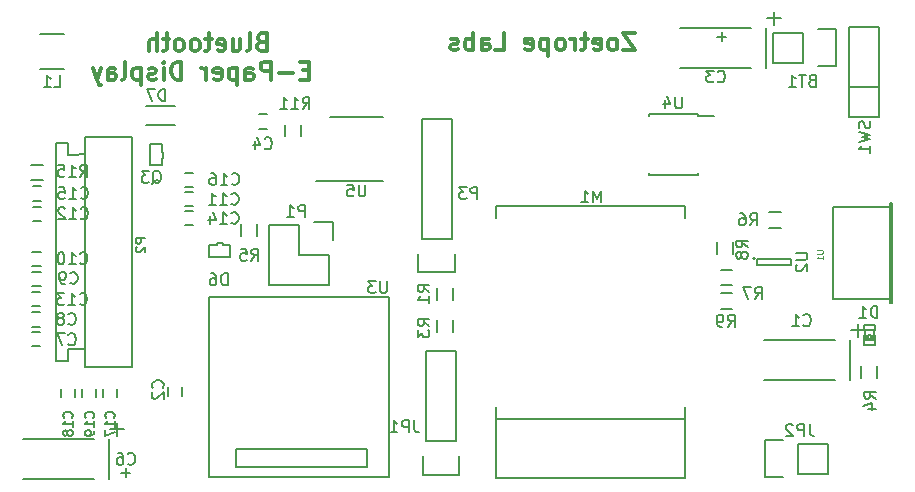
<source format=gbo>
G04 #@! TF.FileFunction,Legend,Bot*
%FSLAX46Y46*%
G04 Gerber Fmt 4.6, Leading zero omitted, Abs format (unit mm)*
G04 Created by KiCad (PCBNEW (2015-04-29 BZR 5630)-product) date Mon 29 Jun 2015 10:52:54 BST*
%MOMM*%
G01*
G04 APERTURE LIST*
%ADD10C,0.150000*%
%ADD11C,0.300000*%
%ADD12C,0.200660*%
%ADD13C,0.099060*%
%ADD14C,0.152400*%
G04 APERTURE END LIST*
D10*
D11*
X80915828Y-43803257D02*
X80701542Y-43874686D01*
X80630114Y-43946114D01*
X80558685Y-44088971D01*
X80558685Y-44303257D01*
X80630114Y-44446114D01*
X80701542Y-44517543D01*
X80844400Y-44588971D01*
X81415828Y-44588971D01*
X81415828Y-43088971D01*
X80915828Y-43088971D01*
X80772971Y-43160400D01*
X80701542Y-43231829D01*
X80630114Y-43374686D01*
X80630114Y-43517543D01*
X80701542Y-43660400D01*
X80772971Y-43731829D01*
X80915828Y-43803257D01*
X81415828Y-43803257D01*
X79701542Y-44588971D02*
X79844400Y-44517543D01*
X79915828Y-44374686D01*
X79915828Y-43088971D01*
X78487257Y-43588971D02*
X78487257Y-44588971D01*
X79130114Y-43588971D02*
X79130114Y-44374686D01*
X79058686Y-44517543D01*
X78915828Y-44588971D01*
X78701543Y-44588971D01*
X78558686Y-44517543D01*
X78487257Y-44446114D01*
X77201543Y-44517543D02*
X77344400Y-44588971D01*
X77630114Y-44588971D01*
X77772971Y-44517543D01*
X77844400Y-44374686D01*
X77844400Y-43803257D01*
X77772971Y-43660400D01*
X77630114Y-43588971D01*
X77344400Y-43588971D01*
X77201543Y-43660400D01*
X77130114Y-43803257D01*
X77130114Y-43946114D01*
X77844400Y-44088971D01*
X76701543Y-43588971D02*
X76130114Y-43588971D01*
X76487257Y-43088971D02*
X76487257Y-44374686D01*
X76415829Y-44517543D01*
X76272971Y-44588971D01*
X76130114Y-44588971D01*
X75415828Y-44588971D02*
X75558686Y-44517543D01*
X75630114Y-44446114D01*
X75701543Y-44303257D01*
X75701543Y-43874686D01*
X75630114Y-43731829D01*
X75558686Y-43660400D01*
X75415828Y-43588971D01*
X75201543Y-43588971D01*
X75058686Y-43660400D01*
X74987257Y-43731829D01*
X74915828Y-43874686D01*
X74915828Y-44303257D01*
X74987257Y-44446114D01*
X75058686Y-44517543D01*
X75201543Y-44588971D01*
X75415828Y-44588971D01*
X74058685Y-44588971D02*
X74201543Y-44517543D01*
X74272971Y-44446114D01*
X74344400Y-44303257D01*
X74344400Y-43874686D01*
X74272971Y-43731829D01*
X74201543Y-43660400D01*
X74058685Y-43588971D01*
X73844400Y-43588971D01*
X73701543Y-43660400D01*
X73630114Y-43731829D01*
X73558685Y-43874686D01*
X73558685Y-44303257D01*
X73630114Y-44446114D01*
X73701543Y-44517543D01*
X73844400Y-44588971D01*
X74058685Y-44588971D01*
X73130114Y-43588971D02*
X72558685Y-43588971D01*
X72915828Y-43088971D02*
X72915828Y-44374686D01*
X72844400Y-44517543D01*
X72701542Y-44588971D01*
X72558685Y-44588971D01*
X72058685Y-44588971D02*
X72058685Y-43088971D01*
X71415828Y-44588971D02*
X71415828Y-43803257D01*
X71487257Y-43660400D01*
X71630114Y-43588971D01*
X71844399Y-43588971D01*
X71987257Y-43660400D01*
X72058685Y-43731829D01*
X84915828Y-46203257D02*
X84415828Y-46203257D01*
X84201542Y-46988971D02*
X84915828Y-46988971D01*
X84915828Y-45488971D01*
X84201542Y-45488971D01*
X83558685Y-46417543D02*
X82415828Y-46417543D01*
X81701542Y-46988971D02*
X81701542Y-45488971D01*
X81130114Y-45488971D01*
X80987256Y-45560400D01*
X80915828Y-45631829D01*
X80844399Y-45774686D01*
X80844399Y-45988971D01*
X80915828Y-46131829D01*
X80987256Y-46203257D01*
X81130114Y-46274686D01*
X81701542Y-46274686D01*
X79558685Y-46988971D02*
X79558685Y-46203257D01*
X79630114Y-46060400D01*
X79772971Y-45988971D01*
X80058685Y-45988971D01*
X80201542Y-46060400D01*
X79558685Y-46917543D02*
X79701542Y-46988971D01*
X80058685Y-46988971D01*
X80201542Y-46917543D01*
X80272971Y-46774686D01*
X80272971Y-46631829D01*
X80201542Y-46488971D01*
X80058685Y-46417543D01*
X79701542Y-46417543D01*
X79558685Y-46346114D01*
X78844399Y-45988971D02*
X78844399Y-47488971D01*
X78844399Y-46060400D02*
X78701542Y-45988971D01*
X78415828Y-45988971D01*
X78272971Y-46060400D01*
X78201542Y-46131829D01*
X78130113Y-46274686D01*
X78130113Y-46703257D01*
X78201542Y-46846114D01*
X78272971Y-46917543D01*
X78415828Y-46988971D01*
X78701542Y-46988971D01*
X78844399Y-46917543D01*
X76915828Y-46917543D02*
X77058685Y-46988971D01*
X77344399Y-46988971D01*
X77487256Y-46917543D01*
X77558685Y-46774686D01*
X77558685Y-46203257D01*
X77487256Y-46060400D01*
X77344399Y-45988971D01*
X77058685Y-45988971D01*
X76915828Y-46060400D01*
X76844399Y-46203257D01*
X76844399Y-46346114D01*
X77558685Y-46488971D01*
X76201542Y-46988971D02*
X76201542Y-45988971D01*
X76201542Y-46274686D02*
X76130114Y-46131829D01*
X76058685Y-46060400D01*
X75915828Y-45988971D01*
X75772971Y-45988971D01*
X74130114Y-46988971D02*
X74130114Y-45488971D01*
X73772971Y-45488971D01*
X73558686Y-45560400D01*
X73415828Y-45703257D01*
X73344400Y-45846114D01*
X73272971Y-46131829D01*
X73272971Y-46346114D01*
X73344400Y-46631829D01*
X73415828Y-46774686D01*
X73558686Y-46917543D01*
X73772971Y-46988971D01*
X74130114Y-46988971D01*
X72630114Y-46988971D02*
X72630114Y-45988971D01*
X72630114Y-45488971D02*
X72701543Y-45560400D01*
X72630114Y-45631829D01*
X72558686Y-45560400D01*
X72630114Y-45488971D01*
X72630114Y-45631829D01*
X71987257Y-46917543D02*
X71844400Y-46988971D01*
X71558685Y-46988971D01*
X71415828Y-46917543D01*
X71344400Y-46774686D01*
X71344400Y-46703257D01*
X71415828Y-46560400D01*
X71558685Y-46488971D01*
X71772971Y-46488971D01*
X71915828Y-46417543D01*
X71987257Y-46274686D01*
X71987257Y-46203257D01*
X71915828Y-46060400D01*
X71772971Y-45988971D01*
X71558685Y-45988971D01*
X71415828Y-46060400D01*
X70701542Y-45988971D02*
X70701542Y-47488971D01*
X70701542Y-46060400D02*
X70558685Y-45988971D01*
X70272971Y-45988971D01*
X70130114Y-46060400D01*
X70058685Y-46131829D01*
X69987256Y-46274686D01*
X69987256Y-46703257D01*
X70058685Y-46846114D01*
X70130114Y-46917543D01*
X70272971Y-46988971D01*
X70558685Y-46988971D01*
X70701542Y-46917543D01*
X69130113Y-46988971D02*
X69272971Y-46917543D01*
X69344399Y-46774686D01*
X69344399Y-45488971D01*
X67915828Y-46988971D02*
X67915828Y-46203257D01*
X67987257Y-46060400D01*
X68130114Y-45988971D01*
X68415828Y-45988971D01*
X68558685Y-46060400D01*
X67915828Y-46917543D02*
X68058685Y-46988971D01*
X68415828Y-46988971D01*
X68558685Y-46917543D01*
X68630114Y-46774686D01*
X68630114Y-46631829D01*
X68558685Y-46488971D01*
X68415828Y-46417543D01*
X68058685Y-46417543D01*
X67915828Y-46346114D01*
X67344399Y-45988971D02*
X66987256Y-46988971D01*
X66630114Y-45988971D02*
X66987256Y-46988971D01*
X67130114Y-47346114D01*
X67201542Y-47417543D01*
X67344399Y-47488971D01*
X112555942Y-43018971D02*
X111555942Y-43018971D01*
X112555942Y-44518971D01*
X111555942Y-44518971D01*
X110770228Y-44518971D02*
X110913086Y-44447543D01*
X110984514Y-44376114D01*
X111055943Y-44233257D01*
X111055943Y-43804686D01*
X110984514Y-43661829D01*
X110913086Y-43590400D01*
X110770228Y-43518971D01*
X110555943Y-43518971D01*
X110413086Y-43590400D01*
X110341657Y-43661829D01*
X110270228Y-43804686D01*
X110270228Y-44233257D01*
X110341657Y-44376114D01*
X110413086Y-44447543D01*
X110555943Y-44518971D01*
X110770228Y-44518971D01*
X109055943Y-44447543D02*
X109198800Y-44518971D01*
X109484514Y-44518971D01*
X109627371Y-44447543D01*
X109698800Y-44304686D01*
X109698800Y-43733257D01*
X109627371Y-43590400D01*
X109484514Y-43518971D01*
X109198800Y-43518971D01*
X109055943Y-43590400D01*
X108984514Y-43733257D01*
X108984514Y-43876114D01*
X109698800Y-44018971D01*
X108555943Y-43518971D02*
X107984514Y-43518971D01*
X108341657Y-43018971D02*
X108341657Y-44304686D01*
X108270229Y-44447543D01*
X108127371Y-44518971D01*
X107984514Y-44518971D01*
X107484514Y-44518971D02*
X107484514Y-43518971D01*
X107484514Y-43804686D02*
X107413086Y-43661829D01*
X107341657Y-43590400D01*
X107198800Y-43518971D01*
X107055943Y-43518971D01*
X106341657Y-44518971D02*
X106484515Y-44447543D01*
X106555943Y-44376114D01*
X106627372Y-44233257D01*
X106627372Y-43804686D01*
X106555943Y-43661829D01*
X106484515Y-43590400D01*
X106341657Y-43518971D01*
X106127372Y-43518971D01*
X105984515Y-43590400D01*
X105913086Y-43661829D01*
X105841657Y-43804686D01*
X105841657Y-44233257D01*
X105913086Y-44376114D01*
X105984515Y-44447543D01*
X106127372Y-44518971D01*
X106341657Y-44518971D01*
X105198800Y-43518971D02*
X105198800Y-45018971D01*
X105198800Y-43590400D02*
X105055943Y-43518971D01*
X104770229Y-43518971D01*
X104627372Y-43590400D01*
X104555943Y-43661829D01*
X104484514Y-43804686D01*
X104484514Y-44233257D01*
X104555943Y-44376114D01*
X104627372Y-44447543D01*
X104770229Y-44518971D01*
X105055943Y-44518971D01*
X105198800Y-44447543D01*
X103270229Y-44447543D02*
X103413086Y-44518971D01*
X103698800Y-44518971D01*
X103841657Y-44447543D01*
X103913086Y-44304686D01*
X103913086Y-43733257D01*
X103841657Y-43590400D01*
X103698800Y-43518971D01*
X103413086Y-43518971D01*
X103270229Y-43590400D01*
X103198800Y-43733257D01*
X103198800Y-43876114D01*
X103913086Y-44018971D01*
X100698800Y-44518971D02*
X101413086Y-44518971D01*
X101413086Y-43018971D01*
X99555943Y-44518971D02*
X99555943Y-43733257D01*
X99627372Y-43590400D01*
X99770229Y-43518971D01*
X100055943Y-43518971D01*
X100198800Y-43590400D01*
X99555943Y-44447543D02*
X99698800Y-44518971D01*
X100055943Y-44518971D01*
X100198800Y-44447543D01*
X100270229Y-44304686D01*
X100270229Y-44161829D01*
X100198800Y-44018971D01*
X100055943Y-43947543D01*
X99698800Y-43947543D01*
X99555943Y-43876114D01*
X98841657Y-44518971D02*
X98841657Y-43018971D01*
X98841657Y-43590400D02*
X98698800Y-43518971D01*
X98413086Y-43518971D01*
X98270229Y-43590400D01*
X98198800Y-43661829D01*
X98127371Y-43804686D01*
X98127371Y-44233257D01*
X98198800Y-44376114D01*
X98270229Y-44447543D01*
X98413086Y-44518971D01*
X98698800Y-44518971D01*
X98841657Y-44447543D01*
X97555943Y-44447543D02*
X97413086Y-44518971D01*
X97127371Y-44518971D01*
X96984514Y-44447543D01*
X96913086Y-44304686D01*
X96913086Y-44233257D01*
X96984514Y-44090400D01*
X97127371Y-44018971D01*
X97341657Y-44018971D01*
X97484514Y-43947543D01*
X97555943Y-43804686D01*
X97555943Y-43733257D01*
X97484514Y-43590400D01*
X97341657Y-43518971D01*
X97127371Y-43518971D01*
X96984514Y-43590400D01*
D12*
X134231380Y-57470040D02*
X134231380Y-65872360D01*
X134332980Y-57470040D02*
X134332980Y-65872360D01*
X134332980Y-65872360D02*
X134132320Y-65872360D01*
X134132320Y-65872360D02*
X134132320Y-57470040D01*
X134132320Y-57470040D02*
X134332980Y-57470040D01*
X134332980Y-57772300D02*
X129331720Y-57772300D01*
X129331720Y-57772300D02*
X129331720Y-65570100D01*
X129331720Y-65570100D02*
X134332980Y-65570100D01*
D10*
X130741420Y-69014340D02*
X130741420Y-72412860D01*
X123441460Y-72412860D02*
X129440940Y-72412860D01*
X123441460Y-69014340D02*
X129440940Y-69014340D01*
X131442460Y-67660520D02*
X131442460Y-68760340D01*
X132041900Y-68160900D02*
X130843020Y-68160900D01*
X74209200Y-73756000D02*
X74209200Y-73056000D01*
X73009200Y-73056000D02*
X73009200Y-73756000D01*
X123629420Y-42649140D02*
X123629420Y-46047660D01*
X116329460Y-46047660D02*
X122328940Y-46047660D01*
X116329460Y-42649140D02*
X122328940Y-42649140D01*
X124330460Y-41295320D02*
X124330460Y-42395140D01*
X124929900Y-41795700D02*
X123731020Y-41795700D01*
X80676000Y-51146000D02*
X81376000Y-51146000D01*
X81376000Y-49946000D02*
X80676000Y-49946000D01*
X68003420Y-77447140D02*
X68003420Y-80845660D01*
X60703460Y-80845660D02*
X66702940Y-80845660D01*
X60703460Y-77447140D02*
X66702940Y-77447140D01*
X68704460Y-76093320D02*
X68704460Y-77193140D01*
X69303900Y-76593700D02*
X68105020Y-76593700D01*
X62173600Y-68386400D02*
X61473600Y-68386400D01*
X61473600Y-69586400D02*
X62173600Y-69586400D01*
X62173600Y-66710000D02*
X61473600Y-66710000D01*
X61473600Y-67910000D02*
X62173600Y-67910000D01*
X62224400Y-63255600D02*
X61524400Y-63255600D01*
X61524400Y-64455600D02*
X62224400Y-64455600D01*
X62224400Y-61579200D02*
X61524400Y-61579200D01*
X61524400Y-62779200D02*
X62224400Y-62779200D01*
X62275200Y-57769200D02*
X61575200Y-57769200D01*
X61575200Y-58969200D02*
X62275200Y-58969200D01*
X62173600Y-64982800D02*
X61473600Y-64982800D01*
X61473600Y-66182800D02*
X62173600Y-66182800D01*
X62275200Y-56042000D02*
X61575200Y-56042000D01*
X61575200Y-57242000D02*
X62275200Y-57242000D01*
X131935220Y-69080380D02*
X132834380Y-69080380D01*
X132834380Y-69080380D02*
X132834380Y-69479160D01*
X131935220Y-69479160D02*
X132834380Y-69479160D01*
X131935220Y-69080380D02*
X131935220Y-69479160D01*
X131935220Y-67782440D02*
X132834380Y-67782440D01*
X132834380Y-67782440D02*
X132834380Y-68181220D01*
X131935220Y-68181220D02*
X132834380Y-68181220D01*
X131935220Y-67782440D02*
X131935220Y-68181220D01*
X131935220Y-68630800D02*
X132085080Y-68630800D01*
X132085080Y-68630800D02*
X132085080Y-68930520D01*
X131935220Y-68930520D02*
X132085080Y-68930520D01*
X131935220Y-68630800D02*
X131935220Y-68930520D01*
X132684520Y-68630800D02*
X132834380Y-68630800D01*
X132834380Y-68630800D02*
X132834380Y-68930520D01*
X132684520Y-68930520D02*
X132834380Y-68930520D01*
X132684520Y-68630800D02*
X132684520Y-68930520D01*
X132234940Y-68630800D02*
X132534660Y-68630800D01*
X132534660Y-68630800D02*
X132534660Y-68930520D01*
X132234940Y-68930520D02*
X132534660Y-68930520D01*
X132234940Y-68630800D02*
X132234940Y-68930520D01*
X131986020Y-69080380D02*
X131986020Y-68181220D01*
X132783580Y-69080380D02*
X132783580Y-68181220D01*
X94843600Y-77622400D02*
X94843600Y-70002400D01*
X97383600Y-77622400D02*
X97383600Y-70002400D01*
X97663600Y-80442400D02*
X97663600Y-78892400D01*
X94843600Y-70002400D02*
X97383600Y-70002400D01*
X97383600Y-77622400D02*
X94843600Y-77622400D01*
X94563600Y-78892400D02*
X94563600Y-80442400D01*
X94563600Y-80442400D02*
X97663600Y-80442400D01*
X116813600Y-75716400D02*
X100813600Y-75716400D01*
X100813600Y-74716400D02*
X100813600Y-80716400D01*
X100813600Y-80716400D02*
X116813600Y-80716400D01*
X116813600Y-80716400D02*
X116813600Y-74716400D01*
X100813600Y-58716400D02*
X100813600Y-57716400D01*
X100813600Y-57716400D02*
X116813600Y-57716400D01*
X116813600Y-57716400D02*
X116813600Y-58716400D01*
X95794200Y-64625600D02*
X95794200Y-65625600D01*
X97144200Y-65625600D02*
X97144200Y-64625600D01*
X97144200Y-68368800D02*
X97144200Y-67368800D01*
X95794200Y-67368800D02*
X95794200Y-68368800D01*
X133059800Y-72229600D02*
X133059800Y-71229600D01*
X131709800Y-71229600D02*
X131709800Y-72229600D01*
X79182600Y-59240800D02*
X79182600Y-60240800D01*
X80532600Y-60240800D02*
X80532600Y-59240800D01*
X124909200Y-58202200D02*
X123909200Y-58202200D01*
X123909200Y-59552200D02*
X124909200Y-59552200D01*
X120794400Y-63079000D02*
X119794400Y-63079000D01*
X119794400Y-64429000D02*
X120794400Y-64429000D01*
X120867800Y-61764800D02*
X120867800Y-60764800D01*
X119517800Y-60764800D02*
X119517800Y-61764800D01*
X120794400Y-65060200D02*
X119794400Y-65060200D01*
X119794400Y-66410200D02*
X120794400Y-66410200D01*
X82941800Y-50808000D02*
X82941800Y-51808000D01*
X84291800Y-51808000D02*
X84291800Y-50808000D01*
X61425200Y-55539000D02*
X62425200Y-55539000D01*
X62425200Y-54189000D02*
X61425200Y-54189000D01*
X122707600Y-62133200D02*
G75*
G03X122707600Y-62133200I-100000J0D01*
G01*
X122857600Y-62683200D02*
X122857600Y-62183200D01*
X125757600Y-62683200D02*
X122857600Y-62683200D01*
X125757600Y-62183200D02*
X125757600Y-62683200D01*
X122857600Y-62183200D02*
X125757600Y-62183200D01*
X89890600Y-78308200D02*
X78790800Y-78308200D01*
X78740000Y-78308200D02*
X78740000Y-79832200D01*
X78740000Y-79832200D02*
X89890600Y-79832200D01*
X89890600Y-79832200D02*
X89890600Y-78308200D01*
X91694000Y-65430400D02*
X76454000Y-65430400D01*
X76454000Y-65430400D02*
X76454000Y-80670400D01*
X76454000Y-80670400D02*
X91694000Y-80670400D01*
X91694000Y-80670400D02*
X91694000Y-65430400D01*
X117848200Y-49901400D02*
X117848200Y-50046400D01*
X113698200Y-49901400D02*
X113698200Y-50046400D01*
X113698200Y-55051400D02*
X113698200Y-54906400D01*
X117848200Y-55051400D02*
X117848200Y-54906400D01*
X117848200Y-49901400D02*
X113698200Y-49901400D01*
X117848200Y-55051400D02*
X113698200Y-55051400D01*
X117848200Y-50046400D02*
X119248200Y-50046400D01*
X74427600Y-56073600D02*
X75127600Y-56073600D01*
X75127600Y-54873600D02*
X74427600Y-54873600D01*
X67522800Y-73208400D02*
X67522800Y-73908400D01*
X68722800Y-73908400D02*
X68722800Y-73208400D01*
X63966800Y-73208400D02*
X63966800Y-73908400D01*
X65166800Y-73908400D02*
X65166800Y-73208400D01*
X65694000Y-73208400D02*
X65694000Y-73908400D01*
X66894000Y-73908400D02*
X66894000Y-73208400D01*
X77622400Y-60960000D02*
X78257400Y-60960000D01*
X78257400Y-60960000D02*
X78257400Y-61976000D01*
X76479400Y-61976000D02*
X76479400Y-60960000D01*
X76479400Y-60960000D02*
X77114400Y-60960000D01*
X77622400Y-60833000D02*
X77622400Y-60960000D01*
X77114400Y-60960000D02*
X77114400Y-60833000D01*
X78257400Y-61976000D02*
X76479400Y-61976000D01*
X77114400Y-60833000D02*
X77622400Y-60833000D01*
X71185200Y-49238000D02*
X73585200Y-49238000D01*
X71185200Y-50838000D02*
X73585200Y-50838000D01*
X62195200Y-46128200D02*
X64195200Y-46128200D01*
X64195200Y-43178200D02*
X62195200Y-43178200D01*
X94208000Y-61772800D02*
X94208000Y-63322800D01*
X94208000Y-63322800D02*
X97308000Y-63322800D01*
X97308000Y-63322800D02*
X97308000Y-61772800D01*
X97028000Y-60502800D02*
X97028000Y-50342800D01*
X97028000Y-50342800D02*
X94488000Y-50342800D01*
X94488000Y-50342800D02*
X94488000Y-60502800D01*
X97028000Y-60502800D02*
X94488000Y-60502800D01*
X72491600Y-53594000D02*
X72491600Y-54229000D01*
X72491600Y-54229000D02*
X71475600Y-54229000D01*
X71475600Y-52451000D02*
X72491600Y-52451000D01*
X72491600Y-52451000D02*
X72491600Y-53086000D01*
X72618600Y-53594000D02*
X72491600Y-53594000D01*
X72491600Y-53086000D02*
X72618600Y-53086000D01*
X71475600Y-54229000D02*
X71475600Y-52451000D01*
X72618600Y-53086000D02*
X72618600Y-53594000D01*
X86700800Y-50157800D02*
X91200800Y-50157800D01*
X85575800Y-55607800D02*
X91200800Y-55607800D01*
X74427600Y-57699200D02*
X75127600Y-57699200D01*
X75127600Y-56499200D02*
X74427600Y-56499200D01*
X74427600Y-59324800D02*
X75127600Y-59324800D01*
X75127600Y-58124800D02*
X74427600Y-58124800D01*
X130657600Y-50139600D02*
X133197600Y-50139600D01*
X133197600Y-50139600D02*
X133197600Y-42519600D01*
X133197600Y-42519600D02*
X130657600Y-42519600D01*
X130657600Y-42519600D02*
X130657600Y-50139600D01*
X133197600Y-47599600D02*
X130657600Y-47599600D01*
X126746000Y-43027600D02*
X124206000Y-43027600D01*
X129566000Y-42747600D02*
X128016000Y-42747600D01*
X126746000Y-43027600D02*
X126746000Y-45567600D01*
X128016000Y-45847600D02*
X129566000Y-45847600D01*
X129566000Y-45847600D02*
X129566000Y-42747600D01*
X126746000Y-45567600D02*
X124206000Y-45567600D01*
X124206000Y-45567600D02*
X124206000Y-43027600D01*
X86944800Y-60604400D02*
X86944800Y-59054400D01*
X85394800Y-59054400D02*
X86944800Y-59054400D01*
X86664800Y-61874400D02*
X84124800Y-61874400D01*
X84124800Y-61874400D02*
X84124800Y-59334400D01*
X84124800Y-59334400D02*
X81584800Y-59334400D01*
X81584800Y-59334400D02*
X81584800Y-64414400D01*
X81584800Y-64414400D02*
X86664800Y-64414400D01*
X86664800Y-64414400D02*
X86664800Y-61874400D01*
X126339600Y-80365600D02*
X128879600Y-80365600D01*
X123519600Y-80645600D02*
X125069600Y-80645600D01*
X126339600Y-80365600D02*
X126339600Y-77825600D01*
X125069600Y-77545600D02*
X123519600Y-77545600D01*
X123519600Y-77545600D02*
X123519600Y-80645600D01*
X126339600Y-77825600D02*
X128879600Y-77825600D01*
X128879600Y-77825600D02*
X128879600Y-80365600D01*
X65455800Y-69837300D02*
X64554100Y-69837300D01*
X65417700Y-53340000D02*
X64566800Y-53340000D01*
X65948800Y-69836800D02*
X65448800Y-69836800D01*
X64559800Y-69849500D02*
X64559800Y-70849500D01*
X64559800Y-70849500D02*
X63559800Y-70849500D01*
X63559800Y-70849500D02*
X63559800Y-52349500D01*
X63559800Y-52349500D02*
X64059800Y-52349500D01*
X64059800Y-52349500D02*
X64559800Y-52349500D01*
X64559800Y-52349500D02*
X64559800Y-53349500D01*
X65448800Y-53336800D02*
X65948800Y-53336800D01*
X69948800Y-67336800D02*
X69948800Y-51836800D01*
X69948800Y-67336800D02*
X69948800Y-71336800D01*
X69948800Y-51836800D02*
X65948800Y-51836800D01*
X65948800Y-51836800D02*
X65948800Y-55336800D01*
X69948800Y-71336800D02*
X65948800Y-71336800D01*
X65948800Y-71336800D02*
X65948800Y-55336800D01*
D13*
X127945182Y-61442358D02*
X128350252Y-61442358D01*
X128397907Y-61466186D01*
X128421735Y-61490013D01*
X128445562Y-61537669D01*
X128445562Y-61632979D01*
X128421735Y-61680634D01*
X128397907Y-61704462D01*
X128350252Y-61728290D01*
X127945182Y-61728290D01*
X128445562Y-62228670D02*
X128445562Y-61942738D01*
X128445562Y-62085704D02*
X127945182Y-62085704D01*
X128016665Y-62038049D01*
X128064320Y-61990394D01*
X128088148Y-61942738D01*
D10*
X126808526Y-67771283D02*
X126856145Y-67818902D01*
X126999002Y-67866521D01*
X127094240Y-67866521D01*
X127237098Y-67818902D01*
X127332336Y-67723664D01*
X127379955Y-67628426D01*
X127427574Y-67437950D01*
X127427574Y-67295092D01*
X127379955Y-67104616D01*
X127332336Y-67009378D01*
X127237098Y-66914140D01*
X127094240Y-66866521D01*
X126999002Y-66866521D01*
X126856145Y-66914140D01*
X126808526Y-66961759D01*
X125856145Y-67866521D02*
X126427574Y-67866521D01*
X126141860Y-67866521D02*
X126141860Y-66866521D01*
X126237098Y-67009378D01*
X126332336Y-67104616D01*
X126427574Y-67152235D01*
X131820872Y-68234869D02*
X131058967Y-68234869D01*
X131439919Y-68615821D02*
X131439919Y-67853916D01*
X72543943Y-73086934D02*
X72591562Y-73039315D01*
X72639181Y-72896458D01*
X72639181Y-72801220D01*
X72591562Y-72658362D01*
X72496324Y-72563124D01*
X72401086Y-72515505D01*
X72210610Y-72467886D01*
X72067752Y-72467886D01*
X71877276Y-72515505D01*
X71782038Y-72563124D01*
X71686800Y-72658362D01*
X71639181Y-72801220D01*
X71639181Y-72896458D01*
X71686800Y-73039315D01*
X71734419Y-73086934D01*
X71734419Y-73467886D02*
X71686800Y-73515505D01*
X71639181Y-73610743D01*
X71639181Y-73848839D01*
X71686800Y-73944077D01*
X71734419Y-73991696D01*
X71829657Y-74039315D01*
X71924895Y-74039315D01*
X72067752Y-73991696D01*
X72639181Y-73420267D01*
X72639181Y-74039315D01*
X119546666Y-47143943D02*
X119594285Y-47191562D01*
X119737142Y-47239181D01*
X119832380Y-47239181D01*
X119975238Y-47191562D01*
X120070476Y-47096324D01*
X120118095Y-47001086D01*
X120165714Y-46810610D01*
X120165714Y-46667752D01*
X120118095Y-46477276D01*
X120070476Y-46382038D01*
X119975238Y-46286800D01*
X119832380Y-46239181D01*
X119737142Y-46239181D01*
X119594285Y-46286800D01*
X119546666Y-46334419D01*
X119213333Y-46239181D02*
X118594285Y-46239181D01*
X118927619Y-46620133D01*
X118784761Y-46620133D01*
X118689523Y-46667752D01*
X118641904Y-46715371D01*
X118594285Y-46810610D01*
X118594285Y-47048705D01*
X118641904Y-47143943D01*
X118689523Y-47191562D01*
X118784761Y-47239181D01*
X119070476Y-47239181D01*
X119165714Y-47191562D01*
X119213333Y-47143943D01*
X120268952Y-43353029D02*
X119507047Y-43353029D01*
X119887999Y-43733981D02*
X119887999Y-42972076D01*
X81192666Y-52803143D02*
X81240285Y-52850762D01*
X81383142Y-52898381D01*
X81478380Y-52898381D01*
X81621238Y-52850762D01*
X81716476Y-52755524D01*
X81764095Y-52660286D01*
X81811714Y-52469810D01*
X81811714Y-52326952D01*
X81764095Y-52136476D01*
X81716476Y-52041238D01*
X81621238Y-51946000D01*
X81478380Y-51898381D01*
X81383142Y-51898381D01*
X81240285Y-51946000D01*
X81192666Y-51993619D01*
X80335523Y-52231714D02*
X80335523Y-52898381D01*
X80573619Y-51850762D02*
X80811714Y-52565048D01*
X80192666Y-52565048D01*
X69610266Y-79503543D02*
X69657885Y-79551162D01*
X69800742Y-79598781D01*
X69895980Y-79598781D01*
X70038838Y-79551162D01*
X70134076Y-79455924D01*
X70181695Y-79360686D01*
X70229314Y-79170210D01*
X70229314Y-79027352D01*
X70181695Y-78836876D01*
X70134076Y-78741638D01*
X70038838Y-78646400D01*
X69895980Y-78598781D01*
X69800742Y-78598781D01*
X69657885Y-78646400D01*
X69610266Y-78694019D01*
X68753123Y-78598781D02*
X68943600Y-78598781D01*
X69038838Y-78646400D01*
X69086457Y-78694019D01*
X69181695Y-78836876D01*
X69229314Y-79027352D01*
X69229314Y-79408305D01*
X69181695Y-79503543D01*
X69134076Y-79551162D01*
X69038838Y-79598781D01*
X68848361Y-79598781D01*
X68753123Y-79551162D01*
X68705504Y-79503543D01*
X68657885Y-79408305D01*
X68657885Y-79170210D01*
X68705504Y-79074971D01*
X68753123Y-79027352D01*
X68848361Y-78979733D01*
X69038838Y-78979733D01*
X69134076Y-79027352D01*
X69181695Y-79074971D01*
X69229314Y-79170210D01*
X69824552Y-80284629D02*
X69062647Y-80284629D01*
X69443599Y-80665581D02*
X69443599Y-79903676D01*
X64581066Y-69394343D02*
X64628685Y-69441962D01*
X64771542Y-69489581D01*
X64866780Y-69489581D01*
X65009638Y-69441962D01*
X65104876Y-69346724D01*
X65152495Y-69251486D01*
X65200114Y-69061010D01*
X65200114Y-68918152D01*
X65152495Y-68727676D01*
X65104876Y-68632438D01*
X65009638Y-68537200D01*
X64866780Y-68489581D01*
X64771542Y-68489581D01*
X64628685Y-68537200D01*
X64581066Y-68584819D01*
X64247733Y-68489581D02*
X63581066Y-68489581D01*
X64009638Y-69489581D01*
X64581066Y-67667143D02*
X64628685Y-67714762D01*
X64771542Y-67762381D01*
X64866780Y-67762381D01*
X65009638Y-67714762D01*
X65104876Y-67619524D01*
X65152495Y-67524286D01*
X65200114Y-67333810D01*
X65200114Y-67190952D01*
X65152495Y-67000476D01*
X65104876Y-66905238D01*
X65009638Y-66810000D01*
X64866780Y-66762381D01*
X64771542Y-66762381D01*
X64628685Y-66810000D01*
X64581066Y-66857619D01*
X64009638Y-67190952D02*
X64104876Y-67143333D01*
X64152495Y-67095714D01*
X64200114Y-67000476D01*
X64200114Y-66952857D01*
X64152495Y-66857619D01*
X64104876Y-66810000D01*
X64009638Y-66762381D01*
X63819161Y-66762381D01*
X63723923Y-66810000D01*
X63676304Y-66857619D01*
X63628685Y-66952857D01*
X63628685Y-67000476D01*
X63676304Y-67095714D01*
X63723923Y-67143333D01*
X63819161Y-67190952D01*
X64009638Y-67190952D01*
X64104876Y-67238571D01*
X64152495Y-67286190D01*
X64200114Y-67381429D01*
X64200114Y-67571905D01*
X64152495Y-67667143D01*
X64104876Y-67714762D01*
X64009638Y-67762381D01*
X63819161Y-67762381D01*
X63723923Y-67714762D01*
X63676304Y-67667143D01*
X63628685Y-67571905D01*
X63628685Y-67381429D01*
X63676304Y-67286190D01*
X63723923Y-67238571D01*
X63819161Y-67190952D01*
X64733466Y-64212743D02*
X64781085Y-64260362D01*
X64923942Y-64307981D01*
X65019180Y-64307981D01*
X65162038Y-64260362D01*
X65257276Y-64165124D01*
X65304895Y-64069886D01*
X65352514Y-63879410D01*
X65352514Y-63736552D01*
X65304895Y-63546076D01*
X65257276Y-63450838D01*
X65162038Y-63355600D01*
X65019180Y-63307981D01*
X64923942Y-63307981D01*
X64781085Y-63355600D01*
X64733466Y-63403219D01*
X64257276Y-64307981D02*
X64066800Y-64307981D01*
X63971561Y-64260362D01*
X63923942Y-64212743D01*
X63828704Y-64069886D01*
X63781085Y-63879410D01*
X63781085Y-63498457D01*
X63828704Y-63403219D01*
X63876323Y-63355600D01*
X63971561Y-63307981D01*
X64162038Y-63307981D01*
X64257276Y-63355600D01*
X64304895Y-63403219D01*
X64352514Y-63498457D01*
X64352514Y-63736552D01*
X64304895Y-63831790D01*
X64257276Y-63879410D01*
X64162038Y-63927029D01*
X63971561Y-63927029D01*
X63876323Y-63879410D01*
X63828704Y-63831790D01*
X63781085Y-63736552D01*
X65565257Y-62536343D02*
X65612876Y-62583962D01*
X65755733Y-62631581D01*
X65850971Y-62631581D01*
X65993829Y-62583962D01*
X66089067Y-62488724D01*
X66136686Y-62393486D01*
X66184305Y-62203010D01*
X66184305Y-62060152D01*
X66136686Y-61869676D01*
X66089067Y-61774438D01*
X65993829Y-61679200D01*
X65850971Y-61631581D01*
X65755733Y-61631581D01*
X65612876Y-61679200D01*
X65565257Y-61726819D01*
X64612876Y-62631581D02*
X65184305Y-62631581D01*
X64898591Y-62631581D02*
X64898591Y-61631581D01*
X64993829Y-61774438D01*
X65089067Y-61869676D01*
X65184305Y-61917295D01*
X63993829Y-61631581D02*
X63898590Y-61631581D01*
X63803352Y-61679200D01*
X63755733Y-61726819D01*
X63708114Y-61822057D01*
X63660495Y-62012533D01*
X63660495Y-62250629D01*
X63708114Y-62441105D01*
X63755733Y-62536343D01*
X63803352Y-62583962D01*
X63898590Y-62631581D01*
X63993829Y-62631581D01*
X64089067Y-62583962D01*
X64136686Y-62536343D01*
X64184305Y-62441105D01*
X64231924Y-62250629D01*
X64231924Y-62012533D01*
X64184305Y-61822057D01*
X64136686Y-61726819D01*
X64089067Y-61679200D01*
X63993829Y-61631581D01*
X65616057Y-58726343D02*
X65663676Y-58773962D01*
X65806533Y-58821581D01*
X65901771Y-58821581D01*
X66044629Y-58773962D01*
X66139867Y-58678724D01*
X66187486Y-58583486D01*
X66235105Y-58393010D01*
X66235105Y-58250152D01*
X66187486Y-58059676D01*
X66139867Y-57964438D01*
X66044629Y-57869200D01*
X65901771Y-57821581D01*
X65806533Y-57821581D01*
X65663676Y-57869200D01*
X65616057Y-57916819D01*
X64663676Y-58821581D02*
X65235105Y-58821581D01*
X64949391Y-58821581D02*
X64949391Y-57821581D01*
X65044629Y-57964438D01*
X65139867Y-58059676D01*
X65235105Y-58107295D01*
X64282724Y-57916819D02*
X64235105Y-57869200D01*
X64139867Y-57821581D01*
X63901771Y-57821581D01*
X63806533Y-57869200D01*
X63758914Y-57916819D01*
X63711295Y-58012057D01*
X63711295Y-58107295D01*
X63758914Y-58250152D01*
X64330343Y-58821581D01*
X63711295Y-58821581D01*
X65514457Y-65990743D02*
X65562076Y-66038362D01*
X65704933Y-66085981D01*
X65800171Y-66085981D01*
X65943029Y-66038362D01*
X66038267Y-65943124D01*
X66085886Y-65847886D01*
X66133505Y-65657410D01*
X66133505Y-65514552D01*
X66085886Y-65324076D01*
X66038267Y-65228838D01*
X65943029Y-65133600D01*
X65800171Y-65085981D01*
X65704933Y-65085981D01*
X65562076Y-65133600D01*
X65514457Y-65181219D01*
X64562076Y-66085981D02*
X65133505Y-66085981D01*
X64847791Y-66085981D02*
X64847791Y-65085981D01*
X64943029Y-65228838D01*
X65038267Y-65324076D01*
X65133505Y-65371695D01*
X64228743Y-65085981D02*
X63609695Y-65085981D01*
X63943029Y-65466933D01*
X63800171Y-65466933D01*
X63704933Y-65514552D01*
X63657314Y-65562171D01*
X63609695Y-65657410D01*
X63609695Y-65895505D01*
X63657314Y-65990743D01*
X63704933Y-66038362D01*
X63800171Y-66085981D01*
X64085886Y-66085981D01*
X64181124Y-66038362D01*
X64228743Y-65990743D01*
X65616057Y-56999143D02*
X65663676Y-57046762D01*
X65806533Y-57094381D01*
X65901771Y-57094381D01*
X66044629Y-57046762D01*
X66139867Y-56951524D01*
X66187486Y-56856286D01*
X66235105Y-56665810D01*
X66235105Y-56522952D01*
X66187486Y-56332476D01*
X66139867Y-56237238D01*
X66044629Y-56142000D01*
X65901771Y-56094381D01*
X65806533Y-56094381D01*
X65663676Y-56142000D01*
X65616057Y-56189619D01*
X64663676Y-57094381D02*
X65235105Y-57094381D01*
X64949391Y-57094381D02*
X64949391Y-56094381D01*
X65044629Y-56237238D01*
X65139867Y-56332476D01*
X65235105Y-56380095D01*
X63758914Y-56094381D02*
X64235105Y-56094381D01*
X64282724Y-56570571D01*
X64235105Y-56522952D01*
X64139867Y-56475333D01*
X63901771Y-56475333D01*
X63806533Y-56522952D01*
X63758914Y-56570571D01*
X63711295Y-56665810D01*
X63711295Y-56903905D01*
X63758914Y-56999143D01*
X63806533Y-57046762D01*
X63901771Y-57094381D01*
X64139867Y-57094381D01*
X64235105Y-57046762D01*
X64282724Y-56999143D01*
X133072095Y-67152781D02*
X133072095Y-66152781D01*
X132834000Y-66152781D01*
X132691142Y-66200400D01*
X132595904Y-66295638D01*
X132548285Y-66390876D01*
X132500666Y-66581352D01*
X132500666Y-66724210D01*
X132548285Y-66914686D01*
X132595904Y-67009924D01*
X132691142Y-67105162D01*
X132834000Y-67152781D01*
X133072095Y-67152781D01*
X131548285Y-67152781D02*
X132119714Y-67152781D01*
X131834000Y-67152781D02*
X131834000Y-66152781D01*
X131929238Y-66295638D01*
X132024476Y-66390876D01*
X132119714Y-66438495D01*
X93848133Y-75855581D02*
X93848133Y-76569867D01*
X93895753Y-76712724D01*
X93990991Y-76807962D01*
X94133848Y-76855581D01*
X94229086Y-76855581D01*
X93371943Y-76855581D02*
X93371943Y-75855581D01*
X92990990Y-75855581D01*
X92895752Y-75903200D01*
X92848133Y-75950819D01*
X92800514Y-76046057D01*
X92800514Y-76188914D01*
X92848133Y-76284152D01*
X92895752Y-76331771D01*
X92990990Y-76379390D01*
X93371943Y-76379390D01*
X91848133Y-76855581D02*
X92419562Y-76855581D01*
X92133848Y-76855581D02*
X92133848Y-75855581D01*
X92229086Y-75998438D01*
X92324324Y-76093676D01*
X92419562Y-76141295D01*
X109673924Y-57399181D02*
X109673924Y-56399181D01*
X109340590Y-57113467D01*
X109007257Y-56399181D01*
X109007257Y-57399181D01*
X108007257Y-57399181D02*
X108578686Y-57399181D01*
X108292972Y-57399181D02*
X108292972Y-56399181D01*
X108388210Y-56542038D01*
X108483448Y-56637276D01*
X108578686Y-56684895D01*
X95143581Y-64958934D02*
X94667390Y-64625600D01*
X95143581Y-64387505D02*
X94143581Y-64387505D01*
X94143581Y-64768458D01*
X94191200Y-64863696D01*
X94238819Y-64911315D01*
X94334057Y-64958934D01*
X94476914Y-64958934D01*
X94572152Y-64911315D01*
X94619771Y-64863696D01*
X94667390Y-64768458D01*
X94667390Y-64387505D01*
X95143581Y-65911315D02*
X95143581Y-65339886D01*
X95143581Y-65625600D02*
X94143581Y-65625600D01*
X94286438Y-65530362D01*
X94381676Y-65435124D01*
X94429295Y-65339886D01*
X95143581Y-67854534D02*
X94667390Y-67521200D01*
X95143581Y-67283105D02*
X94143581Y-67283105D01*
X94143581Y-67664058D01*
X94191200Y-67759296D01*
X94238819Y-67806915D01*
X94334057Y-67854534D01*
X94476914Y-67854534D01*
X94572152Y-67806915D01*
X94619771Y-67759296D01*
X94667390Y-67664058D01*
X94667390Y-67283105D01*
X94143581Y-68187867D02*
X94143581Y-68806915D01*
X94524533Y-68473581D01*
X94524533Y-68616439D01*
X94572152Y-68711677D01*
X94619771Y-68759296D01*
X94715010Y-68806915D01*
X94953105Y-68806915D01*
X95048343Y-68759296D01*
X95095962Y-68711677D01*
X95143581Y-68616439D01*
X95143581Y-68330724D01*
X95095962Y-68235486D01*
X95048343Y-68187867D01*
X132938781Y-74001334D02*
X132462590Y-73668000D01*
X132938781Y-73429905D02*
X131938781Y-73429905D01*
X131938781Y-73810858D01*
X131986400Y-73906096D01*
X132034019Y-73953715D01*
X132129257Y-74001334D01*
X132272114Y-74001334D01*
X132367352Y-73953715D01*
X132414971Y-73906096D01*
X132462590Y-73810858D01*
X132462590Y-73429905D01*
X132272114Y-74858477D02*
X132938781Y-74858477D01*
X131891162Y-74620381D02*
X132605448Y-74382286D01*
X132605448Y-75001334D01*
X80075066Y-62326781D02*
X80408400Y-61850590D01*
X80646495Y-62326781D02*
X80646495Y-61326781D01*
X80265542Y-61326781D01*
X80170304Y-61374400D01*
X80122685Y-61422019D01*
X80075066Y-61517257D01*
X80075066Y-61660114D01*
X80122685Y-61755352D01*
X80170304Y-61802971D01*
X80265542Y-61850590D01*
X80646495Y-61850590D01*
X79170304Y-61326781D02*
X79646495Y-61326781D01*
X79694114Y-61802971D01*
X79646495Y-61755352D01*
X79551257Y-61707733D01*
X79313161Y-61707733D01*
X79217923Y-61755352D01*
X79170304Y-61802971D01*
X79122685Y-61898210D01*
X79122685Y-62136305D01*
X79170304Y-62231543D01*
X79217923Y-62279162D01*
X79313161Y-62326781D01*
X79551257Y-62326781D01*
X79646495Y-62279162D01*
X79694114Y-62231543D01*
X122289866Y-59329581D02*
X122623200Y-58853390D01*
X122861295Y-59329581D02*
X122861295Y-58329581D01*
X122480342Y-58329581D01*
X122385104Y-58377200D01*
X122337485Y-58424819D01*
X122289866Y-58520057D01*
X122289866Y-58662914D01*
X122337485Y-58758152D01*
X122385104Y-58805771D01*
X122480342Y-58853390D01*
X122861295Y-58853390D01*
X121432723Y-58329581D02*
X121623200Y-58329581D01*
X121718438Y-58377200D01*
X121766057Y-58424819D01*
X121861295Y-58567676D01*
X121908914Y-58758152D01*
X121908914Y-59139105D01*
X121861295Y-59234343D01*
X121813676Y-59281962D01*
X121718438Y-59329581D01*
X121527961Y-59329581D01*
X121432723Y-59281962D01*
X121385104Y-59234343D01*
X121337485Y-59139105D01*
X121337485Y-58901010D01*
X121385104Y-58805771D01*
X121432723Y-58758152D01*
X121527961Y-58710533D01*
X121718438Y-58710533D01*
X121813676Y-58758152D01*
X121861295Y-58805771D01*
X121908914Y-58901010D01*
X122696266Y-65577981D02*
X123029600Y-65101790D01*
X123267695Y-65577981D02*
X123267695Y-64577981D01*
X122886742Y-64577981D01*
X122791504Y-64625600D01*
X122743885Y-64673219D01*
X122696266Y-64768457D01*
X122696266Y-64911314D01*
X122743885Y-65006552D01*
X122791504Y-65054171D01*
X122886742Y-65101790D01*
X123267695Y-65101790D01*
X122362933Y-64577981D02*
X121696266Y-64577981D01*
X122124838Y-65577981D01*
X122118381Y-61199734D02*
X121642190Y-60866400D01*
X122118381Y-60628305D02*
X121118381Y-60628305D01*
X121118381Y-61009258D01*
X121166000Y-61104496D01*
X121213619Y-61152115D01*
X121308857Y-61199734D01*
X121451714Y-61199734D01*
X121546952Y-61152115D01*
X121594571Y-61104496D01*
X121642190Y-61009258D01*
X121642190Y-60628305D01*
X121546952Y-61771162D02*
X121499333Y-61675924D01*
X121451714Y-61628305D01*
X121356476Y-61580686D01*
X121308857Y-61580686D01*
X121213619Y-61628305D01*
X121166000Y-61675924D01*
X121118381Y-61771162D01*
X121118381Y-61961639D01*
X121166000Y-62056877D01*
X121213619Y-62104496D01*
X121308857Y-62152115D01*
X121356476Y-62152115D01*
X121451714Y-62104496D01*
X121499333Y-62056877D01*
X121546952Y-61961639D01*
X121546952Y-61771162D01*
X121594571Y-61675924D01*
X121642190Y-61628305D01*
X121737429Y-61580686D01*
X121927905Y-61580686D01*
X122023143Y-61628305D01*
X122070762Y-61675924D01*
X122118381Y-61771162D01*
X122118381Y-61961639D01*
X122070762Y-62056877D01*
X122023143Y-62104496D01*
X121927905Y-62152115D01*
X121737429Y-62152115D01*
X121642190Y-62104496D01*
X121594571Y-62056877D01*
X121546952Y-61961639D01*
X120410266Y-67914781D02*
X120743600Y-67438590D01*
X120981695Y-67914781D02*
X120981695Y-66914781D01*
X120600742Y-66914781D01*
X120505504Y-66962400D01*
X120457885Y-67010019D01*
X120410266Y-67105257D01*
X120410266Y-67248114D01*
X120457885Y-67343352D01*
X120505504Y-67390971D01*
X120600742Y-67438590D01*
X120981695Y-67438590D01*
X119934076Y-67914781D02*
X119743600Y-67914781D01*
X119648361Y-67867162D01*
X119600742Y-67819543D01*
X119505504Y-67676686D01*
X119457885Y-67486210D01*
X119457885Y-67105257D01*
X119505504Y-67010019D01*
X119553123Y-66962400D01*
X119648361Y-66914781D01*
X119838838Y-66914781D01*
X119934076Y-66962400D01*
X119981695Y-67010019D01*
X120029314Y-67105257D01*
X120029314Y-67343352D01*
X119981695Y-67438590D01*
X119934076Y-67486210D01*
X119838838Y-67533829D01*
X119648361Y-67533829D01*
X119553123Y-67486210D01*
X119505504Y-67438590D01*
X119457885Y-67343352D01*
X84412057Y-49474381D02*
X84745391Y-48998190D01*
X84983486Y-49474381D02*
X84983486Y-48474381D01*
X84602533Y-48474381D01*
X84507295Y-48522000D01*
X84459676Y-48569619D01*
X84412057Y-48664857D01*
X84412057Y-48807714D01*
X84459676Y-48902952D01*
X84507295Y-48950571D01*
X84602533Y-48998190D01*
X84983486Y-48998190D01*
X83459676Y-49474381D02*
X84031105Y-49474381D01*
X83745391Y-49474381D02*
X83745391Y-48474381D01*
X83840629Y-48617238D01*
X83935867Y-48712476D01*
X84031105Y-48760095D01*
X82507295Y-49474381D02*
X83078724Y-49474381D01*
X82793010Y-49474381D02*
X82793010Y-48474381D01*
X82888248Y-48617238D01*
X82983486Y-48712476D01*
X83078724Y-48760095D01*
X65565257Y-55214781D02*
X65898591Y-54738590D01*
X66136686Y-55214781D02*
X66136686Y-54214781D01*
X65755733Y-54214781D01*
X65660495Y-54262400D01*
X65612876Y-54310019D01*
X65565257Y-54405257D01*
X65565257Y-54548114D01*
X65612876Y-54643352D01*
X65660495Y-54690971D01*
X65755733Y-54738590D01*
X66136686Y-54738590D01*
X64612876Y-55214781D02*
X65184305Y-55214781D01*
X64898591Y-55214781D02*
X64898591Y-54214781D01*
X64993829Y-54357638D01*
X65089067Y-54452876D01*
X65184305Y-54500495D01*
X63708114Y-54214781D02*
X64184305Y-54214781D01*
X64231924Y-54690971D01*
X64184305Y-54643352D01*
X64089067Y-54595733D01*
X63850971Y-54595733D01*
X63755733Y-54643352D01*
X63708114Y-54690971D01*
X63660495Y-54786210D01*
X63660495Y-55024305D01*
X63708114Y-55119543D01*
X63755733Y-55167162D01*
X63850971Y-55214781D01*
X64089067Y-55214781D01*
X64184305Y-55167162D01*
X64231924Y-55119543D01*
X126147581Y-61671295D02*
X126957105Y-61671295D01*
X127052343Y-61718914D01*
X127099962Y-61766533D01*
X127147581Y-61861771D01*
X127147581Y-62052248D01*
X127099962Y-62147486D01*
X127052343Y-62195105D01*
X126957105Y-62242724D01*
X126147581Y-62242724D01*
X126242819Y-62671295D02*
X126195200Y-62718914D01*
X126147581Y-62814152D01*
X126147581Y-63052248D01*
X126195200Y-63147486D01*
X126242819Y-63195105D01*
X126338057Y-63242724D01*
X126433295Y-63242724D01*
X126576152Y-63195105D01*
X127147581Y-62623676D01*
X127147581Y-63242724D01*
X91541505Y-64069981D02*
X91541505Y-64879505D01*
X91493886Y-64974743D01*
X91446267Y-65022362D01*
X91351029Y-65069981D01*
X91160552Y-65069981D01*
X91065314Y-65022362D01*
X91017695Y-64974743D01*
X90970076Y-64879505D01*
X90970076Y-64069981D01*
X90589124Y-64069981D02*
X89970076Y-64069981D01*
X90303410Y-64450933D01*
X90160552Y-64450933D01*
X90065314Y-64498552D01*
X90017695Y-64546171D01*
X89970076Y-64641410D01*
X89970076Y-64879505D01*
X90017695Y-64974743D01*
X90065314Y-65022362D01*
X90160552Y-65069981D01*
X90446267Y-65069981D01*
X90541505Y-65022362D01*
X90589124Y-64974743D01*
X116535105Y-48428781D02*
X116535105Y-49238305D01*
X116487486Y-49333543D01*
X116439867Y-49381162D01*
X116344629Y-49428781D01*
X116154152Y-49428781D01*
X116058914Y-49381162D01*
X116011295Y-49333543D01*
X115963676Y-49238305D01*
X115963676Y-48428781D01*
X115058914Y-48762114D02*
X115058914Y-49428781D01*
X115297010Y-48381162D02*
X115535105Y-49095448D01*
X114916057Y-49095448D01*
X78417657Y-55830743D02*
X78465276Y-55878362D01*
X78608133Y-55925981D01*
X78703371Y-55925981D01*
X78846229Y-55878362D01*
X78941467Y-55783124D01*
X78989086Y-55687886D01*
X79036705Y-55497410D01*
X79036705Y-55354552D01*
X78989086Y-55164076D01*
X78941467Y-55068838D01*
X78846229Y-54973600D01*
X78703371Y-54925981D01*
X78608133Y-54925981D01*
X78465276Y-54973600D01*
X78417657Y-55021219D01*
X77465276Y-55925981D02*
X78036705Y-55925981D01*
X77750991Y-55925981D02*
X77750991Y-54925981D01*
X77846229Y-55068838D01*
X77941467Y-55164076D01*
X78036705Y-55211695D01*
X76608133Y-54925981D02*
X76798610Y-54925981D01*
X76893848Y-54973600D01*
X76941467Y-55021219D01*
X77036705Y-55164076D01*
X77084324Y-55354552D01*
X77084324Y-55735505D01*
X77036705Y-55830743D01*
X76989086Y-55878362D01*
X76893848Y-55925981D01*
X76703371Y-55925981D01*
X76608133Y-55878362D01*
X76560514Y-55830743D01*
X76512895Y-55735505D01*
X76512895Y-55497410D01*
X76560514Y-55402171D01*
X76608133Y-55354552D01*
X76703371Y-55306933D01*
X76893848Y-55306933D01*
X76989086Y-55354552D01*
X77036705Y-55402171D01*
X77084324Y-55497410D01*
X68408514Y-75634914D02*
X68446610Y-75596819D01*
X68484705Y-75482533D01*
X68484705Y-75406343D01*
X68446610Y-75292057D01*
X68370419Y-75215866D01*
X68294229Y-75177771D01*
X68141848Y-75139676D01*
X68027562Y-75139676D01*
X67875181Y-75177771D01*
X67798990Y-75215866D01*
X67722800Y-75292057D01*
X67684705Y-75406343D01*
X67684705Y-75482533D01*
X67722800Y-75596819D01*
X67760895Y-75634914D01*
X68484705Y-76396819D02*
X68484705Y-75939676D01*
X68484705Y-76168247D02*
X67684705Y-76168247D01*
X67798990Y-76092057D01*
X67875181Y-76015866D01*
X67913276Y-75939676D01*
X67684705Y-76663486D02*
X67684705Y-77196819D01*
X68484705Y-76853962D01*
X64852514Y-75634914D02*
X64890610Y-75596819D01*
X64928705Y-75482533D01*
X64928705Y-75406343D01*
X64890610Y-75292057D01*
X64814419Y-75215866D01*
X64738229Y-75177771D01*
X64585848Y-75139676D01*
X64471562Y-75139676D01*
X64319181Y-75177771D01*
X64242990Y-75215866D01*
X64166800Y-75292057D01*
X64128705Y-75406343D01*
X64128705Y-75482533D01*
X64166800Y-75596819D01*
X64204895Y-75634914D01*
X64928705Y-76396819D02*
X64928705Y-75939676D01*
X64928705Y-76168247D02*
X64128705Y-76168247D01*
X64242990Y-76092057D01*
X64319181Y-76015866D01*
X64357276Y-75939676D01*
X64471562Y-76853962D02*
X64433467Y-76777771D01*
X64395371Y-76739676D01*
X64319181Y-76701581D01*
X64281086Y-76701581D01*
X64204895Y-76739676D01*
X64166800Y-76777771D01*
X64128705Y-76853962D01*
X64128705Y-77006343D01*
X64166800Y-77082533D01*
X64204895Y-77120629D01*
X64281086Y-77158724D01*
X64319181Y-77158724D01*
X64395371Y-77120629D01*
X64433467Y-77082533D01*
X64471562Y-77006343D01*
X64471562Y-76853962D01*
X64509657Y-76777771D01*
X64547752Y-76739676D01*
X64623943Y-76701581D01*
X64776324Y-76701581D01*
X64852514Y-76739676D01*
X64890610Y-76777771D01*
X64928705Y-76853962D01*
X64928705Y-77006343D01*
X64890610Y-77082533D01*
X64852514Y-77120629D01*
X64776324Y-77158724D01*
X64623943Y-77158724D01*
X64547752Y-77120629D01*
X64509657Y-77082533D01*
X64471562Y-77006343D01*
X66681314Y-75634914D02*
X66719410Y-75596819D01*
X66757505Y-75482533D01*
X66757505Y-75406343D01*
X66719410Y-75292057D01*
X66643219Y-75215866D01*
X66567029Y-75177771D01*
X66414648Y-75139676D01*
X66300362Y-75139676D01*
X66147981Y-75177771D01*
X66071790Y-75215866D01*
X65995600Y-75292057D01*
X65957505Y-75406343D01*
X65957505Y-75482533D01*
X65995600Y-75596819D01*
X66033695Y-75634914D01*
X66757505Y-76396819D02*
X66757505Y-75939676D01*
X66757505Y-76168247D02*
X65957505Y-76168247D01*
X66071790Y-76092057D01*
X66147981Y-76015866D01*
X66186076Y-75939676D01*
X66757505Y-76777771D02*
X66757505Y-76930152D01*
X66719410Y-77006343D01*
X66681314Y-77044438D01*
X66567029Y-77120629D01*
X66414648Y-77158724D01*
X66109886Y-77158724D01*
X66033695Y-77120629D01*
X65995600Y-77082533D01*
X65957505Y-77006343D01*
X65957505Y-76853962D01*
X65995600Y-76777771D01*
X66033695Y-76739676D01*
X66109886Y-76701581D01*
X66300362Y-76701581D01*
X66376552Y-76739676D01*
X66414648Y-76777771D01*
X66452743Y-76853962D01*
X66452743Y-77006343D01*
X66414648Y-77082533D01*
X66376552Y-77120629D01*
X66300362Y-77158724D01*
X78055695Y-64409581D02*
X78055695Y-63409581D01*
X77817600Y-63409581D01*
X77674742Y-63457200D01*
X77579504Y-63552438D01*
X77531885Y-63647676D01*
X77484266Y-63838152D01*
X77484266Y-63981010D01*
X77531885Y-64171486D01*
X77579504Y-64266724D01*
X77674742Y-64361962D01*
X77817600Y-64409581D01*
X78055695Y-64409581D01*
X76627123Y-63409581D02*
X76817600Y-63409581D01*
X76912838Y-63457200D01*
X76960457Y-63504819D01*
X77055695Y-63647676D01*
X77103314Y-63838152D01*
X77103314Y-64219105D01*
X77055695Y-64314343D01*
X77008076Y-64361962D01*
X76912838Y-64409581D01*
X76722361Y-64409581D01*
X76627123Y-64361962D01*
X76579504Y-64314343D01*
X76531885Y-64219105D01*
X76531885Y-63981010D01*
X76579504Y-63885771D01*
X76627123Y-63838152D01*
X76722361Y-63790533D01*
X76912838Y-63790533D01*
X77008076Y-63838152D01*
X77055695Y-63885771D01*
X77103314Y-63981010D01*
X72772495Y-48813981D02*
X72772495Y-47813981D01*
X72534400Y-47813981D01*
X72391542Y-47861600D01*
X72296304Y-47956838D01*
X72248685Y-48052076D01*
X72201066Y-48242552D01*
X72201066Y-48385410D01*
X72248685Y-48575886D01*
X72296304Y-48671124D01*
X72391542Y-48766362D01*
X72534400Y-48813981D01*
X72772495Y-48813981D01*
X71867733Y-47813981D02*
X71201066Y-47813981D01*
X71629638Y-48813981D01*
X63361866Y-47645581D02*
X63838057Y-47645581D01*
X63838057Y-46645581D01*
X62504723Y-47645581D02*
X63076152Y-47645581D01*
X62790438Y-47645581D02*
X62790438Y-46645581D01*
X62885676Y-46788438D01*
X62980914Y-46883676D01*
X63076152Y-46931295D01*
X99188495Y-57094381D02*
X99188495Y-56094381D01*
X98807542Y-56094381D01*
X98712304Y-56142000D01*
X98664685Y-56189619D01*
X98617066Y-56284857D01*
X98617066Y-56427714D01*
X98664685Y-56522952D01*
X98712304Y-56570571D01*
X98807542Y-56618190D01*
X99188495Y-56618190D01*
X98283733Y-56094381D02*
X97664685Y-56094381D01*
X97998019Y-56475333D01*
X97855161Y-56475333D01*
X97759923Y-56522952D01*
X97712304Y-56570571D01*
X97664685Y-56665810D01*
X97664685Y-56903905D01*
X97712304Y-56999143D01*
X97759923Y-57046762D01*
X97855161Y-57094381D01*
X98140876Y-57094381D01*
X98236114Y-57046762D01*
X98283733Y-56999143D01*
X71672438Y-55818019D02*
X71767676Y-55770400D01*
X71862914Y-55675162D01*
X72005771Y-55532305D01*
X72101010Y-55484686D01*
X72196248Y-55484686D01*
X72148629Y-55722781D02*
X72243867Y-55675162D01*
X72339105Y-55579924D01*
X72386724Y-55389448D01*
X72386724Y-55056114D01*
X72339105Y-54865638D01*
X72243867Y-54770400D01*
X72148629Y-54722781D01*
X71958152Y-54722781D01*
X71862914Y-54770400D01*
X71767676Y-54865638D01*
X71720057Y-55056114D01*
X71720057Y-55389448D01*
X71767676Y-55579924D01*
X71862914Y-55675162D01*
X71958152Y-55722781D01*
X72148629Y-55722781D01*
X71386724Y-54722781D02*
X70767676Y-54722781D01*
X71101010Y-55103733D01*
X70958152Y-55103733D01*
X70862914Y-55151352D01*
X70815295Y-55198971D01*
X70767676Y-55294210D01*
X70767676Y-55532305D01*
X70815295Y-55627543D01*
X70862914Y-55675162D01*
X70958152Y-55722781D01*
X71243867Y-55722781D01*
X71339105Y-55675162D01*
X71386724Y-55627543D01*
X89712705Y-55885181D02*
X89712705Y-56694705D01*
X89665086Y-56789943D01*
X89617467Y-56837562D01*
X89522229Y-56885181D01*
X89331752Y-56885181D01*
X89236514Y-56837562D01*
X89188895Y-56789943D01*
X89141276Y-56694705D01*
X89141276Y-55885181D01*
X88188895Y-55885181D02*
X88665086Y-55885181D01*
X88712705Y-56361371D01*
X88665086Y-56313752D01*
X88569848Y-56266133D01*
X88331752Y-56266133D01*
X88236514Y-56313752D01*
X88188895Y-56361371D01*
X88141276Y-56456610D01*
X88141276Y-56694705D01*
X88188895Y-56789943D01*
X88236514Y-56837562D01*
X88331752Y-56885181D01*
X88569848Y-56885181D01*
X88665086Y-56837562D01*
X88712705Y-56789943D01*
X78366857Y-57507143D02*
X78414476Y-57554762D01*
X78557333Y-57602381D01*
X78652571Y-57602381D01*
X78795429Y-57554762D01*
X78890667Y-57459524D01*
X78938286Y-57364286D01*
X78985905Y-57173810D01*
X78985905Y-57030952D01*
X78938286Y-56840476D01*
X78890667Y-56745238D01*
X78795429Y-56650000D01*
X78652571Y-56602381D01*
X78557333Y-56602381D01*
X78414476Y-56650000D01*
X78366857Y-56697619D01*
X77414476Y-57602381D02*
X77985905Y-57602381D01*
X77700191Y-57602381D02*
X77700191Y-56602381D01*
X77795429Y-56745238D01*
X77890667Y-56840476D01*
X77985905Y-56888095D01*
X76462095Y-57602381D02*
X77033524Y-57602381D01*
X76747810Y-57602381D02*
X76747810Y-56602381D01*
X76843048Y-56745238D01*
X76938286Y-56840476D01*
X77033524Y-56888095D01*
X78366857Y-59132743D02*
X78414476Y-59180362D01*
X78557333Y-59227981D01*
X78652571Y-59227981D01*
X78795429Y-59180362D01*
X78890667Y-59085124D01*
X78938286Y-58989886D01*
X78985905Y-58799410D01*
X78985905Y-58656552D01*
X78938286Y-58466076D01*
X78890667Y-58370838D01*
X78795429Y-58275600D01*
X78652571Y-58227981D01*
X78557333Y-58227981D01*
X78414476Y-58275600D01*
X78366857Y-58323219D01*
X77414476Y-59227981D02*
X77985905Y-59227981D01*
X77700191Y-59227981D02*
X77700191Y-58227981D01*
X77795429Y-58370838D01*
X77890667Y-58466076D01*
X77985905Y-58513695D01*
X76557333Y-58561314D02*
X76557333Y-59227981D01*
X76795429Y-58180362D02*
X77033524Y-58894648D01*
X76414476Y-58894648D01*
X132433962Y-50533467D02*
X132481581Y-50676324D01*
X132481581Y-50914420D01*
X132433962Y-51009658D01*
X132386343Y-51057277D01*
X132291105Y-51104896D01*
X132195867Y-51104896D01*
X132100629Y-51057277D01*
X132053010Y-51009658D01*
X132005390Y-50914420D01*
X131957771Y-50723943D01*
X131910152Y-50628705D01*
X131862533Y-50581086D01*
X131767295Y-50533467D01*
X131672057Y-50533467D01*
X131576819Y-50581086D01*
X131529200Y-50628705D01*
X131481581Y-50723943D01*
X131481581Y-50962039D01*
X131529200Y-51104896D01*
X131481581Y-51438229D02*
X132481581Y-51676324D01*
X131767295Y-51866801D01*
X132481581Y-52057277D01*
X131481581Y-52295372D01*
X132481581Y-53200134D02*
X132481581Y-52628705D01*
X132481581Y-52914419D02*
X131481581Y-52914419D01*
X131624438Y-52819181D01*
X131719676Y-52723943D01*
X131767295Y-52628705D01*
X127531714Y-47070971D02*
X127388857Y-47118590D01*
X127341238Y-47166210D01*
X127293619Y-47261448D01*
X127293619Y-47404305D01*
X127341238Y-47499543D01*
X127388857Y-47547162D01*
X127484095Y-47594781D01*
X127865048Y-47594781D01*
X127865048Y-46594781D01*
X127531714Y-46594781D01*
X127436476Y-46642400D01*
X127388857Y-46690019D01*
X127341238Y-46785257D01*
X127341238Y-46880495D01*
X127388857Y-46975733D01*
X127436476Y-47023352D01*
X127531714Y-47070971D01*
X127865048Y-47070971D01*
X127007905Y-46594781D02*
X126436476Y-46594781D01*
X126722191Y-47594781D02*
X126722191Y-46594781D01*
X125579333Y-47594781D02*
X126150762Y-47594781D01*
X125865048Y-47594781D02*
X125865048Y-46594781D01*
X125960286Y-46737638D01*
X126055524Y-46832876D01*
X126150762Y-46880495D01*
X84608895Y-58618381D02*
X84608895Y-57618381D01*
X84227942Y-57618381D01*
X84132704Y-57666000D01*
X84085085Y-57713619D01*
X84037466Y-57808857D01*
X84037466Y-57951714D01*
X84085085Y-58046952D01*
X84132704Y-58094571D01*
X84227942Y-58142190D01*
X84608895Y-58142190D01*
X83085085Y-58618381D02*
X83656514Y-58618381D01*
X83370800Y-58618381D02*
X83370800Y-57618381D01*
X83466038Y-57761238D01*
X83561276Y-57856476D01*
X83656514Y-57904095D01*
X127325333Y-76160381D02*
X127325333Y-76874667D01*
X127372953Y-77017524D01*
X127468191Y-77112762D01*
X127611048Y-77160381D01*
X127706286Y-77160381D01*
X126849143Y-77160381D02*
X126849143Y-76160381D01*
X126468190Y-76160381D01*
X126372952Y-76208000D01*
X126325333Y-76255619D01*
X126277714Y-76350857D01*
X126277714Y-76493714D01*
X126325333Y-76588952D01*
X126372952Y-76636571D01*
X126468190Y-76684190D01*
X126849143Y-76684190D01*
X125896762Y-76255619D02*
X125849143Y-76208000D01*
X125753905Y-76160381D01*
X125515809Y-76160381D01*
X125420571Y-76208000D01*
X125372952Y-76255619D01*
X125325333Y-76350857D01*
X125325333Y-76446095D01*
X125372952Y-76588952D01*
X125944381Y-77160381D01*
X125325333Y-77160381D01*
D14*
X71058314Y-60448372D02*
X70296314Y-60448372D01*
X70296314Y-60738657D01*
X70332600Y-60811229D01*
X70368886Y-60847514D01*
X70441457Y-60883800D01*
X70550314Y-60883800D01*
X70622886Y-60847514D01*
X70659171Y-60811229D01*
X70695457Y-60738657D01*
X70695457Y-60448372D01*
X70368886Y-61174086D02*
X70332600Y-61210372D01*
X70296314Y-61282943D01*
X70296314Y-61464372D01*
X70332600Y-61536943D01*
X70368886Y-61573229D01*
X70441457Y-61609514D01*
X70514029Y-61609514D01*
X70622886Y-61573229D01*
X71058314Y-61137800D01*
X71058314Y-61609514D01*
M02*

</source>
